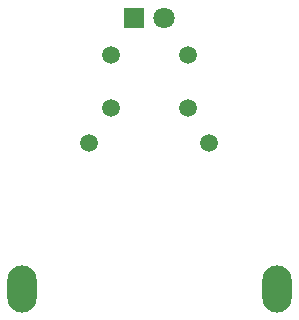
<source format=gbr>
G04 #@! TF.FileFunction,Soldermask,Bot*
%FSLAX46Y46*%
G04 Gerber Fmt 4.6, Leading zero omitted, Abs format (unit mm)*
G04 Created by KiCad (PCBNEW 4.0.7) date 03/01/18 12:10:17*
%MOMM*%
%LPD*%
G01*
G04 APERTURE LIST*
%ADD10C,0.100000*%
%ADD11O,2.500000X4.000000*%
%ADD12C,1.800000*%
%ADD13R,1.800000X1.800000*%
%ADD14C,1.500000*%
G04 APERTURE END LIST*
D10*
D11*
X149399998Y-77000000D03*
X127799998Y-77000000D03*
D12*
X139839998Y-54050000D03*
D13*
X137299998Y-54050000D03*
D14*
X133519998Y-64700000D03*
X143679998Y-64700000D03*
X135349998Y-61710000D03*
X135349998Y-57210000D03*
X141849998Y-61710000D03*
X141849998Y-57210000D03*
M02*

</source>
